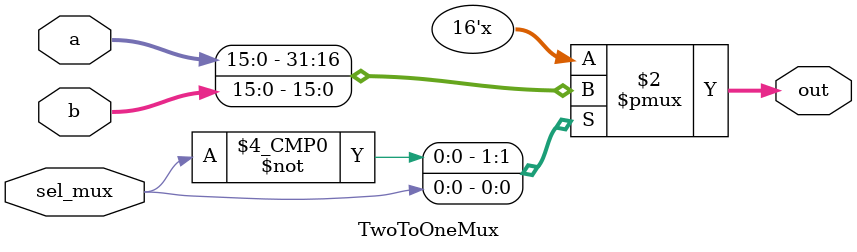
<source format=sv>
`timescale 1ns / 1ps

module TwoToOneMux(a,b,sel_mux,out);
    input logic sel_mux;
    input logic [15:0] a;
    input logic [15:0] b;
    output logic [15:0] out;
    
    always_comb begin 
        case (sel_mux)
             1'b0 : out = a;
             1'b1 : out = b;
        endcase 
    end
endmodule

</source>
